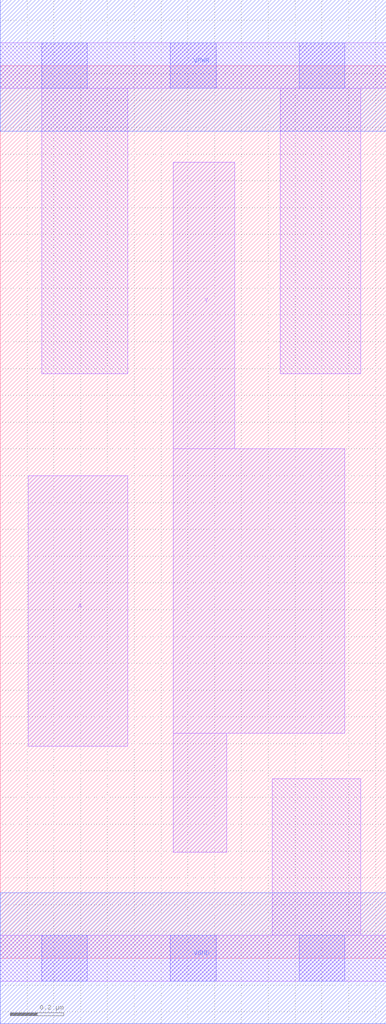
<source format=lef>
# Copyright 2020 The SkyWater PDK Authors
#
# Licensed under the Apache License, Version 2.0 (the "License");
# you may not use this file except in compliance with the License.
# You may obtain a copy of the License at
#
#     https://www.apache.org/licenses/LICENSE-2.0
#
# Unless required by applicable law or agreed to in writing, software
# distributed under the License is distributed on an "AS IS" BASIS,
# WITHOUT WARRANTIES OR CONDITIONS OF ANY KIND, either express or implied.
# See the License for the specific language governing permissions and
# limitations under the License.
#
# SPDX-License-Identifier: Apache-2.0

VERSION 5.7 ;
  NOWIREEXTENSIONATPIN ON ;
  DIVIDERCHAR "/" ;
  BUSBITCHARS "[]" ;
UNITS
  DATABASE MICRONS 200 ;
END UNITS
MACRO sky130_fd_sc_lp__clkinv_1
  CLASS CORE ;
  FOREIGN sky130_fd_sc_lp__clkinv_1 ;
  ORIGIN  0.000000  0.000000 ;
  SIZE  1.440000 BY  3.330000 ;
  SYMMETRY X Y R90 ;
  SITE unit ;
  PIN A
    ANTENNAGATEAREA  0.315000 ;
    DIRECTION INPUT ;
    USE SIGNAL ;
    PORT
      LAYER li1 ;
        RECT 0.105000 0.790000 0.475000 1.800000 ;
    END
  END A
  PIN Y
    ANTENNADIFFAREA  0.346500 ;
    DIRECTION OUTPUT ;
    USE SIGNAL ;
    PORT
      LAYER li1 ;
        RECT 0.645000 0.395000 0.845000 0.840000 ;
        RECT 0.645000 0.840000 1.285000 1.900000 ;
        RECT 0.645000 1.900000 0.875000 2.970000 ;
    END
  END Y
  PIN VGND
    DIRECTION INOUT ;
    USE GROUND ;
    PORT
      LAYER met1 ;
        RECT 0.000000 -0.245000 1.440000 0.245000 ;
    END
  END VGND
  PIN VPWR
    DIRECTION INOUT ;
    USE POWER ;
    PORT
      LAYER met1 ;
        RECT 0.000000 3.085000 1.440000 3.575000 ;
    END
  END VPWR
  OBS
    LAYER li1 ;
      RECT 0.000000 -0.085000 1.440000 0.085000 ;
      RECT 0.000000  3.245000 1.440000 3.415000 ;
      RECT 0.155000  2.180000 0.475000 3.245000 ;
      RECT 1.015000  0.085000 1.345000 0.670000 ;
      RECT 1.045000  2.180000 1.345000 3.245000 ;
    LAYER mcon ;
      RECT 0.155000 -0.085000 0.325000 0.085000 ;
      RECT 0.155000  3.245000 0.325000 3.415000 ;
      RECT 0.635000 -0.085000 0.805000 0.085000 ;
      RECT 0.635000  3.245000 0.805000 3.415000 ;
      RECT 1.115000 -0.085000 1.285000 0.085000 ;
      RECT 1.115000  3.245000 1.285000 3.415000 ;
  END
END sky130_fd_sc_lp__clkinv_1
END LIBRARY

</source>
